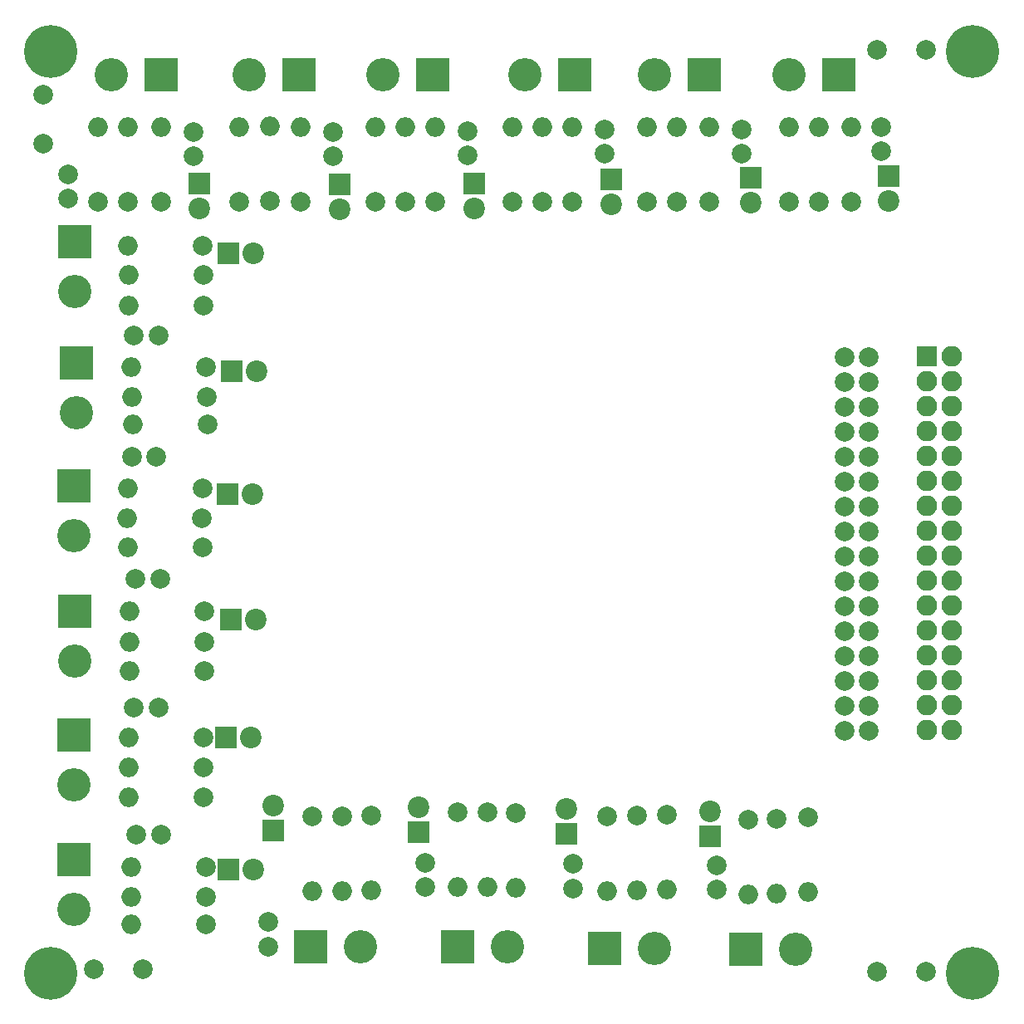
<source format=gbr>
G04 #@! TF.FileFunction,Soldermask,Top*
%FSLAX46Y46*%
G04 Gerber Fmt 4.6, Leading zero omitted, Abs format (unit mm)*
G04 Created by KiCad (PCBNEW 4.0.7) date 04/08/19 00:35:26*
%MOMM*%
%LPD*%
G01*
G04 APERTURE LIST*
%ADD10C,0.100000*%
%ADD11R,2.200000X2.200000*%
%ADD12C,2.200000*%
%ADD13C,2.000000*%
%ADD14C,5.400000*%
%ADD15R,2.100000X2.100000*%
%ADD16O,2.100000X2.100000*%
%ADD17R,3.400000X3.400000*%
%ADD18C,3.400000*%
%ADD19O,2.000000X2.000000*%
G04 APERTURE END LIST*
D10*
D11*
X110109000Y-66103500D03*
D12*
X110109000Y-68643500D03*
D13*
X52197000Y-57404000D03*
X52197000Y-62404000D03*
X57404000Y-146558000D03*
X62404000Y-146558000D03*
X142240000Y-52832000D03*
X137240000Y-52832000D03*
X142240000Y-146812000D03*
X137240000Y-146812000D03*
D14*
X53000000Y-53000000D03*
X53000000Y-147000000D03*
X147000000Y-53000000D03*
X147000000Y-147000000D03*
D15*
X142296800Y-84082400D03*
D16*
X144836800Y-84082400D03*
X142296800Y-86622400D03*
X144836800Y-86622400D03*
X142296800Y-89162400D03*
X144836800Y-89162400D03*
X142296800Y-91702400D03*
X144836800Y-91702400D03*
X142296800Y-94242400D03*
X144836800Y-94242400D03*
X142296800Y-96782400D03*
X144836800Y-96782400D03*
X142296800Y-99322400D03*
X144836800Y-99322400D03*
X142296800Y-101862400D03*
X144836800Y-101862400D03*
X142296800Y-104402400D03*
X144836800Y-104402400D03*
X142296800Y-106942400D03*
X144836800Y-106942400D03*
X142296800Y-109482400D03*
X144836800Y-109482400D03*
X142296800Y-112022400D03*
X144836800Y-112022400D03*
X142296800Y-114562400D03*
X144836800Y-114562400D03*
X142296800Y-117102400D03*
X144836800Y-117102400D03*
X142296800Y-119642400D03*
X144836800Y-119642400D03*
X142296800Y-122182400D03*
X144836800Y-122182400D03*
D13*
X133908800Y-84226400D03*
X136408800Y-84226400D03*
X133908800Y-86766400D03*
X136408800Y-86766400D03*
X133908800Y-89306400D03*
X136408800Y-89306400D03*
X133908800Y-91846400D03*
X136408800Y-91846400D03*
X133908800Y-94386400D03*
X136408800Y-94386400D03*
X133908800Y-96926400D03*
X136408800Y-96926400D03*
X133908800Y-99466400D03*
X136408800Y-99466400D03*
X133908800Y-102006400D03*
X136408800Y-102006400D03*
X133908800Y-104546400D03*
X136408800Y-104546400D03*
X133908800Y-107086400D03*
X136408800Y-107086400D03*
X133908800Y-109626400D03*
X136408800Y-109626400D03*
X133908800Y-112166400D03*
X136408800Y-112166400D03*
X133908800Y-114706400D03*
X136408800Y-114706400D03*
X133908800Y-117246400D03*
X136408800Y-117246400D03*
X133908800Y-119786400D03*
X136408800Y-119786400D03*
X133908800Y-122326400D03*
X136408800Y-122326400D03*
X137668000Y-60706000D03*
X137668000Y-63206000D03*
D11*
X138430000Y-65722500D03*
D12*
X138430000Y-68262500D03*
D17*
X133350000Y-55372000D03*
D18*
X128270000Y-55372000D03*
D13*
X131318000Y-68326000D03*
D19*
X131318000Y-60706000D03*
D13*
X128270000Y-68326000D03*
D19*
X128270000Y-60706000D03*
D13*
X134620000Y-68326000D03*
D19*
X134620000Y-60706000D03*
D13*
X123444000Y-60960000D03*
X123444000Y-63460000D03*
X109474000Y-60960000D03*
X109474000Y-63460000D03*
X95440500Y-61150500D03*
X95440500Y-63650500D03*
D11*
X124333000Y-65913000D03*
D12*
X124333000Y-68453000D03*
D11*
X96139000Y-66484500D03*
D12*
X96139000Y-69024500D03*
D17*
X119634000Y-55372000D03*
D18*
X114554000Y-55372000D03*
D17*
X106426000Y-55372000D03*
D18*
X101346000Y-55372000D03*
D17*
X91948000Y-55372000D03*
D18*
X86868000Y-55372000D03*
D13*
X116840000Y-68326000D03*
D19*
X116840000Y-60706000D03*
D13*
X113792000Y-68326000D03*
D19*
X113792000Y-60706000D03*
D13*
X103124000Y-68326000D03*
D19*
X103124000Y-60706000D03*
D13*
X100076000Y-68326000D03*
D19*
X100076000Y-60706000D03*
D13*
X89154000Y-68326000D03*
D19*
X89154000Y-60706000D03*
D13*
X86106000Y-68326000D03*
D19*
X86106000Y-60706000D03*
D13*
X120142000Y-68326000D03*
D19*
X120142000Y-60706000D03*
D13*
X106172000Y-68326000D03*
D19*
X106172000Y-60706000D03*
D13*
X92202000Y-68326000D03*
D19*
X92202000Y-60706000D03*
D13*
X81724500Y-61214000D03*
X81724500Y-63714000D03*
X67500500Y-61214000D03*
X67500500Y-63714000D03*
D11*
X82423000Y-66611500D03*
D12*
X82423000Y-69151500D03*
D11*
X68097400Y-66497200D03*
D12*
X68097400Y-69037200D03*
D17*
X78295500Y-55372000D03*
D18*
X73215500Y-55372000D03*
D17*
X64198500Y-55372000D03*
D18*
X59118500Y-55372000D03*
D13*
X75311000Y-68262500D03*
D19*
X75311000Y-60642500D03*
D13*
X72199500Y-68389500D03*
D19*
X72199500Y-60769500D03*
D13*
X60833000Y-68326000D03*
D19*
X60833000Y-60706000D03*
D13*
X57785000Y-68326000D03*
D19*
X57785000Y-60706000D03*
D13*
X78486000Y-68389500D03*
D19*
X78486000Y-60769500D03*
D13*
X64198500Y-68326000D03*
D19*
X64198500Y-60706000D03*
D13*
X54752240Y-65532000D03*
X54752240Y-68032000D03*
X61478160Y-81986120D03*
X63978160Y-81986120D03*
X61244480Y-94381320D03*
X63744480Y-94381320D03*
X61620400Y-106791760D03*
X64120400Y-106791760D03*
D11*
X71135240Y-73649840D03*
D12*
X73675240Y-73649840D03*
D11*
X71470520Y-85608160D03*
D12*
X74010520Y-85608160D03*
D11*
X71008240Y-98186240D03*
D12*
X73548240Y-98186240D03*
D11*
X71348600Y-110911640D03*
D12*
X73888600Y-110911640D03*
D17*
X55473600Y-72466200D03*
D18*
X55473600Y-77546200D03*
D17*
X55595520Y-84780120D03*
D18*
X55595520Y-89860120D03*
D17*
X55361840Y-97297240D03*
D18*
X55361840Y-102377240D03*
D17*
X55438040Y-110109000D03*
D18*
X55438040Y-115189000D03*
D13*
X68564760Y-75829160D03*
D19*
X60944760Y-75829160D03*
D13*
X68564760Y-78958440D03*
D19*
X60944760Y-78958440D03*
D13*
X68930520Y-88249760D03*
D19*
X61310520Y-88249760D03*
D13*
X69021960Y-91094560D03*
D19*
X61401960Y-91094560D03*
D13*
X68397120Y-100584000D03*
D19*
X60777120Y-100584000D03*
D13*
X68508880Y-103545640D03*
D19*
X60888880Y-103545640D03*
D13*
X68635880Y-113217960D03*
D19*
X61015880Y-113217960D03*
D13*
X68605400Y-116179600D03*
D19*
X60985400Y-116179600D03*
D13*
X68508880Y-72867520D03*
D19*
X60888880Y-72867520D03*
D13*
X68844160Y-85227160D03*
D19*
X61224160Y-85227160D03*
D13*
X68468240Y-97617280D03*
D19*
X60848240Y-97617280D03*
D13*
X68661280Y-110144560D03*
D19*
X61041280Y-110144560D03*
D13*
X61468000Y-119888000D03*
X63968000Y-119888000D03*
X61722000Y-132842000D03*
X64222000Y-132842000D03*
D11*
X70866000Y-122936000D03*
D12*
X73406000Y-122936000D03*
D11*
X71120000Y-136398000D03*
D12*
X73660000Y-136398000D03*
D17*
X55372000Y-122682000D03*
D18*
X55372000Y-127762000D03*
D17*
X55372000Y-135382000D03*
D18*
X55372000Y-140462000D03*
D13*
X68580000Y-125984000D03*
D19*
X60960000Y-125984000D03*
D13*
X68580000Y-129032000D03*
D19*
X60960000Y-129032000D03*
D13*
X68834000Y-139192000D03*
D19*
X61214000Y-139192000D03*
D13*
X68834000Y-141986000D03*
D19*
X61214000Y-141986000D03*
D13*
X68580000Y-122936000D03*
D19*
X60960000Y-122936000D03*
D13*
X68834000Y-136144000D03*
D19*
X61214000Y-136144000D03*
D13*
X75120500Y-141795500D03*
X75120500Y-144295500D03*
X91122500Y-138239500D03*
X91122500Y-135739500D03*
X106235500Y-138366500D03*
X106235500Y-135866500D03*
X120840500Y-138493500D03*
X120840500Y-135993500D03*
D11*
X75692000Y-132461000D03*
D12*
X75692000Y-129921000D03*
D11*
X90487500Y-132651500D03*
D12*
X90487500Y-130111500D03*
D11*
X105537000Y-132778500D03*
D12*
X105537000Y-130238500D03*
D11*
X120205500Y-133032500D03*
D12*
X120205500Y-130492500D03*
D17*
X79438500Y-144272000D03*
D18*
X84518500Y-144272000D03*
D17*
X94488000Y-144272000D03*
D18*
X99568000Y-144272000D03*
D17*
X109410500Y-144462500D03*
D18*
X114490500Y-144462500D03*
D17*
X123825000Y-144526000D03*
D18*
X128905000Y-144526000D03*
D13*
X82677000Y-131000500D03*
D19*
X82677000Y-138620500D03*
D13*
X85661500Y-130937000D03*
D19*
X85661500Y-138557000D03*
D13*
X97472500Y-130619500D03*
D19*
X97472500Y-138239500D03*
D13*
X100393500Y-130683000D03*
D19*
X100393500Y-138303000D03*
D13*
X112776000Y-130937000D03*
D19*
X112776000Y-138557000D03*
D13*
X115760500Y-130873500D03*
D19*
X115760500Y-138493500D03*
D13*
X127000000Y-131254500D03*
D19*
X127000000Y-138874500D03*
D13*
X130175000Y-131127500D03*
D19*
X130175000Y-138747500D03*
D13*
X79629000Y-131000500D03*
D19*
X79629000Y-138620500D03*
D13*
X94488000Y-130619500D03*
D19*
X94488000Y-138239500D03*
D13*
X109728000Y-131000500D03*
D19*
X109728000Y-138620500D03*
D13*
X124079000Y-131318000D03*
D19*
X124079000Y-138938000D03*
M02*

</source>
